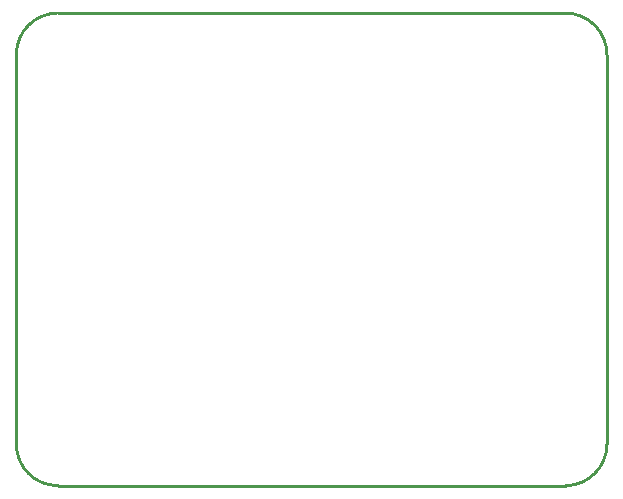
<source format=gko>
G04*
G04 #@! TF.GenerationSoftware,Altium Limited,Altium Designer,24.10.1 (45)*
G04*
G04 Layer_Color=16711935*
%FSLAX44Y44*%
%MOMM*%
G71*
G04*
G04 #@! TF.SameCoordinates,6B000D5F-9EDF-4335-955B-AE7D421AE8B7*
G04*
G04*
G04 #@! TF.FilePolarity,Positive*
G04*
G01*
G75*
%ADD68C,0.2540*%
D68*
X465000D02*
G03*
X500000Y35000I0J35000D01*
G01*
X500000Y365000D02*
G03*
X465000Y400000I-35000J0D01*
G01*
X35000Y400000D02*
G03*
X0Y365000I0J-35000D01*
G01*
Y35000D02*
G03*
X35000Y0I35000J0D01*
G01*
Y400000D02*
X465000Y400000D01*
X35000D02*
X35000Y400000D01*
X35000Y400000D02*
X35000Y400000D01*
X35000Y-0D02*
X465000Y0D01*
X500000Y35000D02*
Y365000D01*
X0Y35000D02*
Y365000D01*
M02*

</source>
